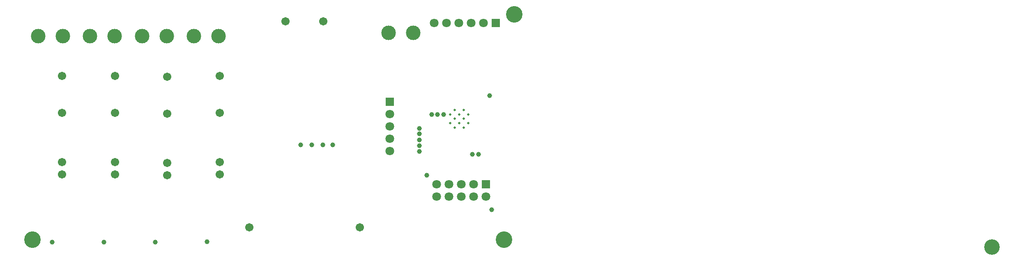
<source format=gbs>
G04*
G04 #@! TF.GenerationSoftware,Altium Limited,Altium Designer,18.0.7 (293)*
G04*
G04 Layer_Color=16711935*
%FSLAX24Y24*%
%MOIN*%
G70*
G01*
G75*
%ADD47C,0.1180*%
%ADD48C,0.0198*%
%ADD49C,0.0671*%
%ADD50R,0.0710X0.0710*%
%ADD51C,0.0710*%
%ADD52C,0.1340*%
%ADD53C,0.1261*%
%ADD54R,0.0710X0.0710*%
%ADD55C,0.0395*%
D47*
X15450Y27450D02*
D03*
X17450D02*
D03*
X41700Y27700D02*
D03*
X39700D02*
D03*
X25900Y27450D02*
D03*
X23900D02*
D03*
X13250D02*
D03*
X11250D02*
D03*
X21700D02*
D03*
X19700D02*
D03*
D48*
X44700Y20361D02*
D03*
Y21084D02*
D03*
X45061Y20000D02*
D03*
Y20722D02*
D03*
Y21445D02*
D03*
X45422Y20361D02*
D03*
Y21084D02*
D03*
X45784Y20000D02*
D03*
Y20722D02*
D03*
Y21445D02*
D03*
X46145Y20361D02*
D03*
Y21084D02*
D03*
D49*
X13178Y16200D02*
D03*
Y17200D02*
D03*
Y21200D02*
D03*
Y24200D02*
D03*
X21728Y16150D02*
D03*
Y17150D02*
D03*
Y21150D02*
D03*
Y24150D02*
D03*
X17478Y16200D02*
D03*
Y17200D02*
D03*
Y21200D02*
D03*
Y24200D02*
D03*
X25978Y16200D02*
D03*
Y17200D02*
D03*
Y21200D02*
D03*
Y24200D02*
D03*
X34397Y28632D02*
D03*
X31326D02*
D03*
X37350Y11900D02*
D03*
X28374D02*
D03*
D50*
X47600Y15400D02*
D03*
X48400Y28500D02*
D03*
D51*
X46600Y15400D02*
D03*
X45600D02*
D03*
X44600D02*
D03*
X43600D02*
D03*
Y14400D02*
D03*
X44600D02*
D03*
X45600D02*
D03*
X46600D02*
D03*
X47600D02*
D03*
X39800Y18100D02*
D03*
Y19100D02*
D03*
Y20100D02*
D03*
Y21100D02*
D03*
X47400Y28500D02*
D03*
X46400D02*
D03*
X45400D02*
D03*
X44400D02*
D03*
X43400D02*
D03*
D52*
X49900Y29200D02*
D03*
X10800Y10900D02*
D03*
X49050D02*
D03*
D53*
X88650Y10305D02*
D03*
D54*
X39800Y22100D02*
D03*
D55*
X33450Y18593D02*
D03*
X35150D02*
D03*
X32550D02*
D03*
X47875Y22600D02*
D03*
X48050Y13336D02*
D03*
X47000Y17850D02*
D03*
X46500D02*
D03*
X43200Y21084D02*
D03*
X43650D02*
D03*
X44150D02*
D03*
X42200Y18079D02*
D03*
Y18550D02*
D03*
Y19000D02*
D03*
Y19500D02*
D03*
Y19950D02*
D03*
X42800Y16150D02*
D03*
X24950Y10750D02*
D03*
X34350Y18600D02*
D03*
X12400Y10700D02*
D03*
X16600D02*
D03*
X20750D02*
D03*
M02*

</source>
